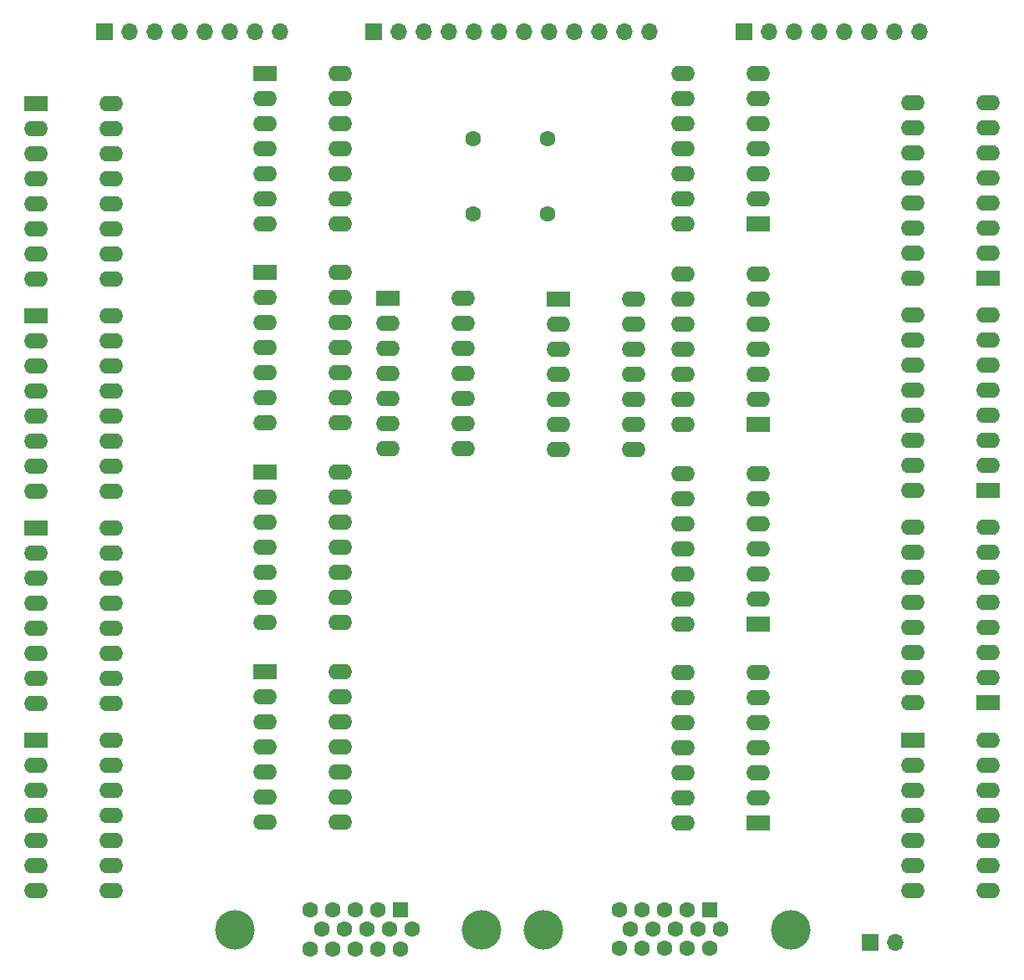
<source format=gbr>
%TF.GenerationSoftware,KiCad,Pcbnew,(6.0.5)*%
%TF.CreationDate,2023-02-18T09:08:36+02:00*%
%TF.ProjectId,VIDEOCARD_SCREENSYNC2.0,56494445-4f43-4415-9244-5f5343524545,rev?*%
%TF.SameCoordinates,Original*%
%TF.FileFunction,Soldermask,Bot*%
%TF.FilePolarity,Negative*%
%FSLAX46Y46*%
G04 Gerber Fmt 4.6, Leading zero omitted, Abs format (unit mm)*
G04 Created by KiCad (PCBNEW (6.0.5)) date 2023-02-18 09:08:36*
%MOMM*%
%LPD*%
G01*
G04 APERTURE LIST*
%ADD10C,4.000000*%
%ADD11R,1.600000X1.600000*%
%ADD12C,1.600000*%
%ADD13R,2.400000X1.600000*%
%ADD14O,2.400000X1.600000*%
%ADD15R,1.700000X1.700000*%
%ADD16O,1.700000X1.700000*%
G04 APERTURE END LIST*
D10*
%TO.C,VGA PORT 2*%
X149270000Y-138290000D03*
X174270000Y-138290000D03*
D11*
X166085000Y-136240000D03*
D12*
X163795000Y-136240000D03*
X161505000Y-136240000D03*
X159215000Y-136240000D03*
X156925000Y-136240000D03*
X167230000Y-138220000D03*
X164940000Y-138220000D03*
X162650000Y-138220000D03*
X160360000Y-138220000D03*
X158070000Y-138220000D03*
X166085000Y-140200000D03*
X163795000Y-140200000D03*
X161505000Y-140200000D03*
X159215000Y-140200000D03*
X156925000Y-140200000D03*
%TD*%
D13*
%TO.C,74LS161*%
X97880000Y-97570000D03*
D14*
X97880000Y-100110000D03*
X97880000Y-102650000D03*
X97880000Y-105190000D03*
X97880000Y-107730000D03*
X97880000Y-110270000D03*
X97880000Y-112810000D03*
X97880000Y-115350000D03*
X105500000Y-115350000D03*
X105500000Y-112810000D03*
X105500000Y-110270000D03*
X105500000Y-107730000D03*
X105500000Y-105190000D03*
X105500000Y-102650000D03*
X105500000Y-100110000D03*
X105500000Y-97570000D03*
%TD*%
D12*
%TO.C,*%
X142100000Y-65700000D03*
%TD*%
D13*
%TO.C,74LS30*%
X121080000Y-91870000D03*
D14*
X121080000Y-94410000D03*
X121080000Y-96950000D03*
X121080000Y-99490000D03*
X121080000Y-102030000D03*
X121080000Y-104570000D03*
X121080000Y-107110000D03*
X128700000Y-107110000D03*
X128700000Y-104570000D03*
X128700000Y-102030000D03*
X128700000Y-99490000D03*
X128700000Y-96950000D03*
X128700000Y-94410000D03*
X128700000Y-91870000D03*
%TD*%
D13*
%TO.C,74LS30*%
X121080000Y-112170000D03*
D14*
X121080000Y-114710000D03*
X121080000Y-117250000D03*
X121080000Y-119790000D03*
X121080000Y-122330000D03*
X121080000Y-124870000D03*
X121080000Y-127410000D03*
X128700000Y-127410000D03*
X128700000Y-124870000D03*
X128700000Y-122330000D03*
X128700000Y-119790000D03*
X128700000Y-117250000D03*
X128700000Y-114710000D03*
X128700000Y-112170000D03*
%TD*%
D13*
%TO.C,74LS30*%
X170980000Y-66790000D03*
D14*
X170980000Y-64250000D03*
X170980000Y-61710000D03*
X170980000Y-59170000D03*
X170980000Y-56630000D03*
X170980000Y-54090000D03*
X170980000Y-51550000D03*
X163360000Y-51550000D03*
X163360000Y-54090000D03*
X163360000Y-56630000D03*
X163360000Y-59170000D03*
X163360000Y-61710000D03*
X163360000Y-64250000D03*
X163360000Y-66790000D03*
%TD*%
D13*
%TO.C,74LS04*%
X186680000Y-119060000D03*
D14*
X186680000Y-121600000D03*
X186680000Y-124140000D03*
X186680000Y-126680000D03*
X186680000Y-129220000D03*
X186680000Y-131760000D03*
X186680000Y-134300000D03*
X194300000Y-134300000D03*
X194300000Y-131760000D03*
X194300000Y-129220000D03*
X194300000Y-126680000D03*
X194300000Y-124140000D03*
X194300000Y-121600000D03*
X194300000Y-119060000D03*
%TD*%
D13*
%TO.C,74LS161*%
X194280000Y-115240000D03*
D14*
X194280000Y-112700000D03*
X194280000Y-110160000D03*
X194280000Y-107620000D03*
X194280000Y-105080000D03*
X194280000Y-102540000D03*
X194280000Y-100000000D03*
X194280000Y-97460000D03*
X186660000Y-97460000D03*
X186660000Y-100000000D03*
X186660000Y-102540000D03*
X186660000Y-105080000D03*
X186660000Y-107620000D03*
X186660000Y-110160000D03*
X186660000Y-112700000D03*
X186660000Y-115240000D03*
%TD*%
%TO.C,74LS00*%
X158420000Y-74375000D03*
X158420000Y-76915000D03*
X158420000Y-79455000D03*
X158420000Y-81995000D03*
X158420000Y-84535000D03*
X158420000Y-87075000D03*
X158420000Y-89615000D03*
X150800000Y-89615000D03*
X150800000Y-87075000D03*
X150800000Y-84535000D03*
X150800000Y-81995000D03*
X150800000Y-79455000D03*
X150800000Y-76915000D03*
D13*
X150800000Y-74375000D03*
%TD*%
%TO.C,74LS30*%
X121080000Y-51470000D03*
D14*
X121080000Y-54010000D03*
X121080000Y-56550000D03*
X121080000Y-59090000D03*
X121080000Y-61630000D03*
X121080000Y-64170000D03*
X121080000Y-66710000D03*
X128700000Y-66710000D03*
X128700000Y-64170000D03*
X128700000Y-61630000D03*
X128700000Y-59090000D03*
X128700000Y-56550000D03*
X128700000Y-54010000D03*
X128700000Y-51470000D03*
%TD*%
D15*
%TO.C,REF\u002A\u002A*%
X169525000Y-47275000D03*
D16*
X172065000Y-47275000D03*
X174605000Y-47275000D03*
X177145000Y-47275000D03*
X179685000Y-47275000D03*
X182225000Y-47275000D03*
X184765000Y-47275000D03*
X187305000Y-47275000D03*
%TD*%
D13*
%TO.C,74LS161*%
X97880000Y-54570000D03*
D14*
X97880000Y-57110000D03*
X97880000Y-59650000D03*
X97880000Y-62190000D03*
X97880000Y-64730000D03*
X97880000Y-67270000D03*
X97880000Y-69810000D03*
X97880000Y-72350000D03*
X105500000Y-72350000D03*
X105500000Y-69810000D03*
X105500000Y-67270000D03*
X105500000Y-64730000D03*
X105500000Y-62190000D03*
X105500000Y-59650000D03*
X105500000Y-57110000D03*
X105500000Y-54570000D03*
%TD*%
D10*
%TO.C,VGA PORT 1*%
X117975000Y-138300000D03*
X142975000Y-138300000D03*
D11*
X134790000Y-136250000D03*
D12*
X132500000Y-136250000D03*
X130210000Y-136250000D03*
X127920000Y-136250000D03*
X125630000Y-136250000D03*
X135935000Y-138230000D03*
X133645000Y-138230000D03*
X131355000Y-138230000D03*
X129065000Y-138230000D03*
X126775000Y-138230000D03*
X134790000Y-140210000D03*
X132500000Y-140210000D03*
X130210000Y-140210000D03*
X127920000Y-140210000D03*
X125630000Y-140210000D03*
%TD*%
D13*
%TO.C,74LS161*%
X97880000Y-76070000D03*
D14*
X97880000Y-78610000D03*
X97880000Y-81150000D03*
X97880000Y-83690000D03*
X97880000Y-86230000D03*
X97880000Y-88770000D03*
X97880000Y-91310000D03*
X97880000Y-93850000D03*
X105500000Y-93850000D03*
X105500000Y-91310000D03*
X105500000Y-88770000D03*
X105500000Y-86230000D03*
X105500000Y-83690000D03*
X105500000Y-81150000D03*
X105500000Y-78610000D03*
X105500000Y-76070000D03*
%TD*%
D12*
%TO.C,*%
X142100000Y-58100000D03*
%TD*%
D15*
%TO.C,REF\u002A\u002A*%
X104800000Y-47300000D03*
D16*
X107340000Y-47300000D03*
X109880000Y-47300000D03*
X112420000Y-47300000D03*
X114960000Y-47300000D03*
X117500000Y-47300000D03*
X120040000Y-47300000D03*
X122580000Y-47300000D03*
%TD*%
D13*
%TO.C,74LS30*%
X170980000Y-87090000D03*
D14*
X170980000Y-84550000D03*
X170980000Y-82010000D03*
X170980000Y-79470000D03*
X170980000Y-76930000D03*
X170980000Y-74390000D03*
X170980000Y-71850000D03*
X163360000Y-71850000D03*
X163360000Y-74390000D03*
X163360000Y-76930000D03*
X163360000Y-79470000D03*
X163360000Y-82010000D03*
X163360000Y-84550000D03*
X163360000Y-87090000D03*
%TD*%
D13*
%TO.C,74LS161*%
X194280000Y-72240000D03*
D14*
X194280000Y-69700000D03*
X194280000Y-67160000D03*
X194280000Y-64620000D03*
X194280000Y-62080000D03*
X194280000Y-59540000D03*
X194280000Y-57000000D03*
X194280000Y-54460000D03*
X186660000Y-54460000D03*
X186660000Y-57000000D03*
X186660000Y-59540000D03*
X186660000Y-62080000D03*
X186660000Y-64620000D03*
X186660000Y-67160000D03*
X186660000Y-69700000D03*
X186660000Y-72240000D03*
%TD*%
D13*
%TO.C,74LS30*%
X121080000Y-71670000D03*
D14*
X121080000Y-74210000D03*
X121080000Y-76750000D03*
X121080000Y-79290000D03*
X121080000Y-81830000D03*
X121080000Y-84370000D03*
X121080000Y-86910000D03*
X128700000Y-86910000D03*
X128700000Y-84370000D03*
X128700000Y-81830000D03*
X128700000Y-79290000D03*
X128700000Y-76750000D03*
X128700000Y-74210000D03*
X128700000Y-71670000D03*
%TD*%
D15*
%TO.C,REF\u002A\u002A*%
X182305000Y-139570000D03*
D16*
X184845000Y-139570000D03*
%TD*%
D12*
%TO.C,*%
X149700000Y-58100000D03*
%TD*%
D13*
%TO.C,74LS161*%
X194280000Y-93740000D03*
D14*
X194280000Y-91200000D03*
X194280000Y-88660000D03*
X194280000Y-86120000D03*
X194280000Y-83580000D03*
X194280000Y-81040000D03*
X194280000Y-78500000D03*
X194280000Y-75960000D03*
X186660000Y-75960000D03*
X186660000Y-78500000D03*
X186660000Y-81040000D03*
X186660000Y-83580000D03*
X186660000Y-86120000D03*
X186660000Y-88660000D03*
X186660000Y-91200000D03*
X186660000Y-93740000D03*
%TD*%
D13*
%TO.C,74LS04*%
X97880000Y-119070000D03*
D14*
X97880000Y-121610000D03*
X97880000Y-124150000D03*
X97880000Y-126690000D03*
X97880000Y-129230000D03*
X97880000Y-131770000D03*
X97880000Y-134310000D03*
X105500000Y-134310000D03*
X105500000Y-131770000D03*
X105500000Y-129230000D03*
X105500000Y-126690000D03*
X105500000Y-124150000D03*
X105500000Y-121610000D03*
X105500000Y-119070000D03*
%TD*%
D13*
%TO.C,74LS00*%
X133500000Y-74300000D03*
D14*
X133500000Y-76840000D03*
X133500000Y-79380000D03*
X133500000Y-81920000D03*
X133500000Y-84460000D03*
X133500000Y-87000000D03*
X133500000Y-89540000D03*
X141120000Y-89540000D03*
X141120000Y-87000000D03*
X141120000Y-84460000D03*
X141120000Y-81920000D03*
X141120000Y-79380000D03*
X141120000Y-76840000D03*
X141120000Y-74300000D03*
%TD*%
D13*
%TO.C,74LS30*%
X170980000Y-107290000D03*
D14*
X170980000Y-104750000D03*
X170980000Y-102210000D03*
X170980000Y-99670000D03*
X170980000Y-97130000D03*
X170980000Y-94590000D03*
X170980000Y-92050000D03*
X163360000Y-92050000D03*
X163360000Y-94590000D03*
X163360000Y-97130000D03*
X163360000Y-99670000D03*
X163360000Y-102210000D03*
X163360000Y-104750000D03*
X163360000Y-107290000D03*
%TD*%
D15*
%TO.C,REF\u002A\u002A*%
X132025000Y-47275000D03*
D16*
X134565000Y-47275000D03*
X137105000Y-47275000D03*
X139645000Y-47275000D03*
X142185000Y-47275000D03*
X144725000Y-47275000D03*
X147265000Y-47275000D03*
X149805000Y-47275000D03*
X152345000Y-47275000D03*
X154885000Y-47275000D03*
X157425000Y-47275000D03*
X159965000Y-47275000D03*
%TD*%
D12*
%TO.C,*%
X149700000Y-65700000D03*
%TD*%
D13*
%TO.C,74LS30*%
X170980000Y-127490000D03*
D14*
X170980000Y-124950000D03*
X170980000Y-122410000D03*
X170980000Y-119870000D03*
X170980000Y-117330000D03*
X170980000Y-114790000D03*
X170980000Y-112250000D03*
X163360000Y-112250000D03*
X163360000Y-114790000D03*
X163360000Y-117330000D03*
X163360000Y-119870000D03*
X163360000Y-122410000D03*
X163360000Y-124950000D03*
X163360000Y-127490000D03*
%TD*%
M02*

</source>
